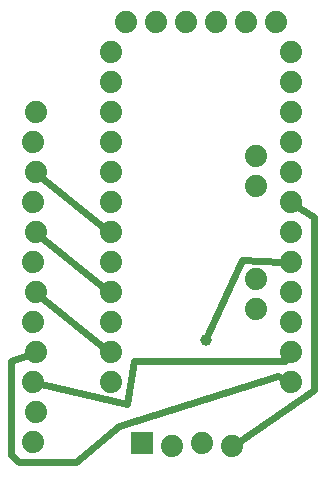
<source format=gtl>
G04 MADE WITH FRITZING*
G04 WWW.FRITZING.ORG*
G04 DOUBLE SIDED*
G04 HOLES PLATED*
G04 CONTOUR ON CENTER OF CONTOUR VECTOR*
%ASAXBY*%
%FSLAX23Y23*%
%MOIN*%
%OFA0B0*%
%SFA1.0B1.0*%
%ADD10C,0.039370*%
%ADD11C,0.074000*%
%ADD12C,0.024000*%
%ADD13R,0.001000X0.001000*%
%LNCOPPER1*%
G90*
G70*
G54D10*
X708Y469D03*
G54D11*
X941Y1527D03*
X841Y1527D03*
X741Y1527D03*
X641Y1527D03*
X541Y1527D03*
X441Y1527D03*
X876Y982D03*
X876Y1082D03*
X876Y572D03*
X876Y672D03*
X991Y1427D03*
X991Y1327D03*
X991Y1227D03*
X991Y1127D03*
X991Y1027D03*
X991Y927D03*
X991Y827D03*
X991Y727D03*
X991Y627D03*
X991Y527D03*
X991Y427D03*
X991Y327D03*
X391Y327D03*
X391Y427D03*
X391Y527D03*
X391Y627D03*
X391Y727D03*
X391Y827D03*
X391Y927D03*
X391Y1027D03*
X391Y1127D03*
X391Y1227D03*
X391Y1327D03*
X391Y1427D03*
X141Y1227D03*
X133Y1127D03*
X141Y1027D03*
X133Y927D03*
X141Y827D03*
X133Y727D03*
X141Y627D03*
X133Y527D03*
X141Y427D03*
X133Y327D03*
X141Y227D03*
X133Y127D03*
X141Y1227D03*
X133Y1127D03*
X141Y1027D03*
X133Y927D03*
X141Y827D03*
X133Y727D03*
X141Y627D03*
X133Y527D03*
X141Y427D03*
X133Y327D03*
X141Y227D03*
X133Y127D03*
X495Y124D03*
X595Y114D03*
X695Y124D03*
X795Y114D03*
X495Y124D03*
X595Y114D03*
X695Y124D03*
X795Y114D03*
G54D12*
X366Y446D02*
X163Y609D01*
D02*
X366Y646D02*
X163Y809D01*
D02*
X974Y401D02*
X972Y397D01*
X972Y397D02*
X468Y397D01*
X468Y397D02*
X444Y253D01*
X444Y253D02*
X160Y320D01*
D02*
X366Y846D02*
X163Y1009D01*
D02*
X963Y341D02*
X948Y349D01*
X948Y349D02*
X420Y181D01*
X420Y181D02*
X276Y61D01*
X276Y61D02*
X84Y61D01*
X84Y61D02*
X60Y85D01*
X60Y85D02*
X60Y397D01*
X60Y397D02*
X114Y417D01*
D02*
X716Y487D02*
X828Y733D01*
X828Y733D02*
X960Y728D01*
D02*
X1017Y910D02*
X1068Y877D01*
X1068Y877D02*
X1068Y301D01*
X1068Y301D02*
X821Y132D01*
G54D13*
X458Y161D02*
X531Y161D01*
X458Y160D02*
X531Y160D01*
X458Y159D02*
X531Y159D01*
X458Y158D02*
X531Y158D01*
X458Y157D02*
X531Y157D01*
X458Y156D02*
X531Y156D01*
X458Y155D02*
X531Y155D01*
X458Y154D02*
X531Y154D01*
X458Y153D02*
X531Y153D01*
X458Y152D02*
X531Y152D01*
X458Y151D02*
X531Y151D01*
X458Y150D02*
X531Y150D01*
X458Y149D02*
X531Y149D01*
X458Y148D02*
X531Y148D01*
X458Y147D02*
X531Y147D01*
X458Y146D02*
X531Y146D01*
X458Y145D02*
X531Y145D01*
X458Y144D02*
X489Y144D01*
X499Y144D02*
X531Y144D01*
X458Y143D02*
X486Y143D01*
X503Y143D02*
X531Y143D01*
X458Y142D02*
X484Y142D01*
X504Y142D02*
X531Y142D01*
X458Y141D02*
X483Y141D01*
X506Y141D02*
X531Y141D01*
X458Y140D02*
X481Y140D01*
X507Y140D02*
X531Y140D01*
X458Y139D02*
X480Y139D01*
X509Y139D02*
X531Y139D01*
X458Y138D02*
X479Y138D01*
X510Y138D02*
X531Y138D01*
X458Y137D02*
X478Y137D01*
X510Y137D02*
X531Y137D01*
X458Y136D02*
X478Y136D01*
X511Y136D02*
X531Y136D01*
X458Y135D02*
X477Y135D01*
X512Y135D02*
X531Y135D01*
X458Y134D02*
X476Y134D01*
X512Y134D02*
X531Y134D01*
X458Y133D02*
X476Y133D01*
X513Y133D02*
X531Y133D01*
X458Y132D02*
X475Y132D01*
X513Y132D02*
X531Y132D01*
X458Y131D02*
X475Y131D01*
X514Y131D02*
X531Y131D01*
X458Y130D02*
X475Y130D01*
X514Y130D02*
X531Y130D01*
X458Y129D02*
X474Y129D01*
X514Y129D02*
X531Y129D01*
X458Y128D02*
X474Y128D01*
X515Y128D02*
X531Y128D01*
X458Y127D02*
X474Y127D01*
X515Y127D02*
X531Y127D01*
X458Y126D02*
X474Y126D01*
X515Y126D02*
X531Y126D01*
X458Y125D02*
X474Y125D01*
X515Y125D02*
X531Y125D01*
X458Y124D02*
X474Y124D01*
X515Y124D02*
X531Y124D01*
X458Y123D02*
X474Y123D01*
X515Y123D02*
X531Y123D01*
X458Y122D02*
X474Y122D01*
X515Y122D02*
X531Y122D01*
X458Y121D02*
X474Y121D01*
X514Y121D02*
X531Y121D01*
X458Y120D02*
X474Y120D01*
X514Y120D02*
X531Y120D01*
X458Y119D02*
X475Y119D01*
X514Y119D02*
X531Y119D01*
X458Y118D02*
X475Y118D01*
X514Y118D02*
X531Y118D01*
X458Y117D02*
X475Y117D01*
X513Y117D02*
X531Y117D01*
X458Y116D02*
X476Y116D01*
X513Y116D02*
X531Y116D01*
X458Y115D02*
X476Y115D01*
X512Y115D02*
X531Y115D01*
X458Y114D02*
X477Y114D01*
X512Y114D02*
X531Y114D01*
X458Y113D02*
X478Y113D01*
X511Y113D02*
X531Y113D01*
X458Y112D02*
X478Y112D01*
X510Y112D02*
X531Y112D01*
X458Y111D02*
X479Y111D01*
X509Y111D02*
X531Y111D01*
X458Y110D02*
X480Y110D01*
X508Y110D02*
X531Y110D01*
X458Y109D02*
X481Y109D01*
X507Y109D02*
X531Y109D01*
X458Y108D02*
X483Y108D01*
X506Y108D02*
X531Y108D01*
X458Y107D02*
X485Y107D01*
X504Y107D02*
X531Y107D01*
X458Y106D02*
X487Y106D01*
X502Y106D02*
X531Y106D01*
X458Y105D02*
X490Y105D01*
X499Y105D02*
X531Y105D01*
X458Y104D02*
X531Y104D01*
X458Y103D02*
X531Y103D01*
X458Y102D02*
X531Y102D01*
X458Y101D02*
X531Y101D01*
X458Y100D02*
X531Y100D01*
X458Y99D02*
X531Y99D01*
X458Y98D02*
X531Y98D01*
X458Y97D02*
X531Y97D01*
X458Y96D02*
X531Y96D01*
X458Y95D02*
X531Y95D01*
X458Y94D02*
X531Y94D01*
X458Y93D02*
X531Y93D01*
X458Y92D02*
X531Y92D01*
X458Y91D02*
X531Y91D01*
X458Y90D02*
X531Y90D01*
X458Y89D02*
X531Y89D01*
X458Y88D02*
X531Y88D01*
D02*
G04 End of Copper1*
M02*
</source>
